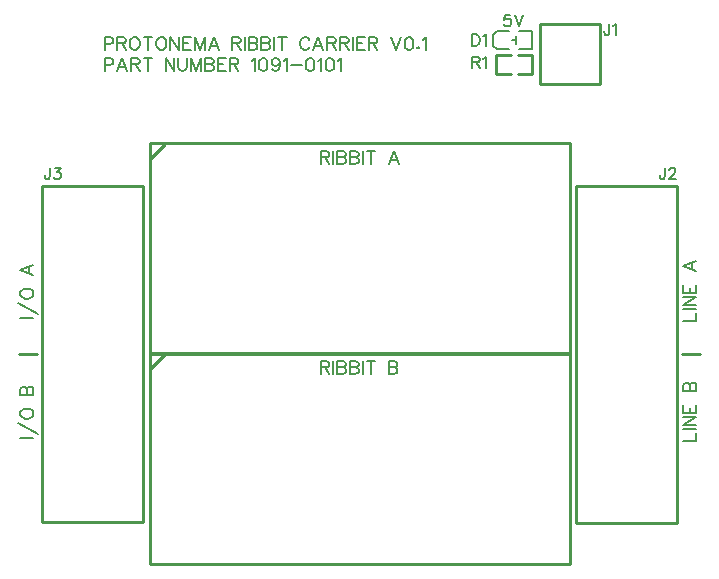
<source format=gto>
G04 Layer: TopSilkscreenLayer*
G04 EasyEDA v6.5.34, 2023-08-21 18:11:39*
G04 fdc95c5ed4774c3386f44bc390bfbdb9,5a6b42c53f6a479593ecc07194224c93,10*
G04 Gerber Generator version 0.2*
G04 Scale: 100 percent, Rotated: No, Reflected: No *
G04 Dimensions in millimeters *
G04 leading zeros omitted , absolute positions ,4 integer and 5 decimal *
%FSLAX45Y45*%
%MOMM*%

%ADD10C,0.1524*%
%ADD11C,0.2540*%
%ADD12C,0.1500*%

%LPD*%
D10*
X762000Y5423915D02*
G01*
X762000Y5314950D01*
X762000Y5423915D02*
G01*
X808736Y5423915D01*
X824229Y5418836D01*
X829563Y5413502D01*
X834644Y5403087D01*
X834644Y5387594D01*
X829563Y5377179D01*
X824229Y5372100D01*
X808736Y5366765D01*
X762000Y5366765D01*
X910589Y5423915D02*
G01*
X868934Y5314950D01*
X910589Y5423915D02*
G01*
X952245Y5314950D01*
X884681Y5351271D02*
G01*
X936497Y5351271D01*
X986536Y5423915D02*
G01*
X986536Y5314950D01*
X986536Y5423915D02*
G01*
X1033271Y5423915D01*
X1048765Y5418836D01*
X1054100Y5413502D01*
X1059179Y5403087D01*
X1059179Y5392673D01*
X1054100Y5382260D01*
X1048765Y5377179D01*
X1033271Y5372100D01*
X986536Y5372100D01*
X1022857Y5372100D02*
G01*
X1059179Y5314950D01*
X1129792Y5423915D02*
G01*
X1129792Y5314950D01*
X1093470Y5423915D02*
G01*
X1166113Y5423915D01*
X1280413Y5423915D02*
G01*
X1280413Y5314950D01*
X1280413Y5423915D02*
G01*
X1353312Y5314950D01*
X1353312Y5423915D02*
G01*
X1353312Y5314950D01*
X1387602Y5423915D02*
G01*
X1387602Y5345937D01*
X1392681Y5330444D01*
X1403095Y5320029D01*
X1418589Y5314950D01*
X1429004Y5314950D01*
X1444752Y5320029D01*
X1455165Y5330444D01*
X1460245Y5345937D01*
X1460245Y5423915D01*
X1494536Y5423915D02*
G01*
X1494536Y5314950D01*
X1494536Y5423915D02*
G01*
X1536192Y5314950D01*
X1577594Y5423915D02*
G01*
X1536192Y5314950D01*
X1577594Y5423915D02*
G01*
X1577594Y5314950D01*
X1611884Y5423915D02*
G01*
X1611884Y5314950D01*
X1611884Y5423915D02*
G01*
X1658620Y5423915D01*
X1674368Y5418836D01*
X1679447Y5413502D01*
X1684781Y5403087D01*
X1684781Y5392673D01*
X1679447Y5382260D01*
X1674368Y5377179D01*
X1658620Y5372100D01*
X1611884Y5372100D02*
G01*
X1658620Y5372100D01*
X1674368Y5366765D01*
X1679447Y5361686D01*
X1684781Y5351271D01*
X1684781Y5335523D01*
X1679447Y5325110D01*
X1674368Y5320029D01*
X1658620Y5314950D01*
X1611884Y5314950D01*
X1719071Y5423915D02*
G01*
X1719071Y5314950D01*
X1719071Y5423915D02*
G01*
X1786636Y5423915D01*
X1719071Y5372100D02*
G01*
X1760473Y5372100D01*
X1719071Y5314950D02*
G01*
X1786636Y5314950D01*
X1820926Y5423915D02*
G01*
X1820926Y5314950D01*
X1820926Y5423915D02*
G01*
X1867662Y5423915D01*
X1883155Y5418836D01*
X1888489Y5413502D01*
X1893570Y5403087D01*
X1893570Y5392673D01*
X1888489Y5382260D01*
X1883155Y5377179D01*
X1867662Y5372100D01*
X1820926Y5372100D01*
X1857247Y5372100D02*
G01*
X1893570Y5314950D01*
X2007870Y5403087D02*
G01*
X2018284Y5408421D01*
X2033777Y5423915D01*
X2033777Y5314950D01*
X2099309Y5423915D02*
G01*
X2083815Y5418836D01*
X2073402Y5403087D01*
X2068068Y5377179D01*
X2068068Y5361686D01*
X2073402Y5335523D01*
X2083815Y5320029D01*
X2099309Y5314950D01*
X2109724Y5314950D01*
X2125218Y5320029D01*
X2135631Y5335523D01*
X2140965Y5361686D01*
X2140965Y5377179D01*
X2135631Y5403087D01*
X2125218Y5418836D01*
X2109724Y5423915D01*
X2099309Y5423915D01*
X2242820Y5387594D02*
G01*
X2237486Y5372100D01*
X2227072Y5361686D01*
X2211577Y5356352D01*
X2206243Y5356352D01*
X2190750Y5361686D01*
X2180336Y5372100D01*
X2175256Y5387594D01*
X2175256Y5392673D01*
X2180336Y5408421D01*
X2190750Y5418836D01*
X2206243Y5423915D01*
X2211577Y5423915D01*
X2227072Y5418836D01*
X2237486Y5408421D01*
X2242820Y5387594D01*
X2242820Y5361686D01*
X2237486Y5335523D01*
X2227072Y5320029D01*
X2211577Y5314950D01*
X2201163Y5314950D01*
X2185670Y5320029D01*
X2180336Y5330444D01*
X2277109Y5403087D02*
G01*
X2287270Y5408421D01*
X2303018Y5423915D01*
X2303018Y5314950D01*
X2337308Y5361686D02*
G01*
X2430779Y5361686D01*
X2496311Y5423915D02*
G01*
X2480563Y5418836D01*
X2470150Y5403087D01*
X2465070Y5377179D01*
X2465070Y5361686D01*
X2470150Y5335523D01*
X2480563Y5320029D01*
X2496311Y5314950D01*
X2506725Y5314950D01*
X2522220Y5320029D01*
X2532634Y5335523D01*
X2537713Y5361686D01*
X2537713Y5377179D01*
X2532634Y5403087D01*
X2522220Y5418836D01*
X2506725Y5423915D01*
X2496311Y5423915D01*
X2572004Y5403087D02*
G01*
X2582418Y5408421D01*
X2598165Y5423915D01*
X2598165Y5314950D01*
X2663443Y5423915D02*
G01*
X2647950Y5418836D01*
X2637536Y5403087D01*
X2632456Y5377179D01*
X2632456Y5361686D01*
X2637536Y5335523D01*
X2647950Y5320029D01*
X2663443Y5314950D01*
X2673858Y5314950D01*
X2689606Y5320029D01*
X2700020Y5335523D01*
X2705100Y5361686D01*
X2705100Y5377179D01*
X2700020Y5403087D01*
X2689606Y5418836D01*
X2673858Y5423915D01*
X2663443Y5423915D01*
X2739390Y5403087D02*
G01*
X2749804Y5408421D01*
X2765297Y5423915D01*
X2765297Y5314950D01*
X762000Y5601715D02*
G01*
X762000Y5492750D01*
X762000Y5601715D02*
G01*
X808736Y5601715D01*
X824229Y5596636D01*
X829563Y5591302D01*
X834644Y5580887D01*
X834644Y5565394D01*
X829563Y5554979D01*
X824229Y5549900D01*
X808736Y5544565D01*
X762000Y5544565D01*
X868934Y5601715D02*
G01*
X868934Y5492750D01*
X868934Y5601715D02*
G01*
X915670Y5601715D01*
X931418Y5596636D01*
X936497Y5591302D01*
X941831Y5580887D01*
X941831Y5570473D01*
X936497Y5560060D01*
X931418Y5554979D01*
X915670Y5549900D01*
X868934Y5549900D01*
X905510Y5549900D02*
G01*
X941831Y5492750D01*
X1007110Y5601715D02*
G01*
X996950Y5596636D01*
X986536Y5586221D01*
X981202Y5575807D01*
X976121Y5560060D01*
X976121Y5534152D01*
X981202Y5518657D01*
X986536Y5508244D01*
X996950Y5497829D01*
X1007110Y5492750D01*
X1027937Y5492750D01*
X1038352Y5497829D01*
X1048765Y5508244D01*
X1054100Y5518657D01*
X1059179Y5534152D01*
X1059179Y5560060D01*
X1054100Y5575807D01*
X1048765Y5586221D01*
X1038352Y5596636D01*
X1027937Y5601715D01*
X1007110Y5601715D01*
X1129792Y5601715D02*
G01*
X1129792Y5492750D01*
X1093470Y5601715D02*
G01*
X1166113Y5601715D01*
X1231645Y5601715D02*
G01*
X1221231Y5596636D01*
X1210818Y5586221D01*
X1205737Y5575807D01*
X1200404Y5560060D01*
X1200404Y5534152D01*
X1205737Y5518657D01*
X1210818Y5508244D01*
X1221231Y5497829D01*
X1231645Y5492750D01*
X1252473Y5492750D01*
X1262887Y5497829D01*
X1273302Y5508244D01*
X1278381Y5518657D01*
X1283715Y5534152D01*
X1283715Y5560060D01*
X1278381Y5575807D01*
X1273302Y5586221D01*
X1262887Y5596636D01*
X1252473Y5601715D01*
X1231645Y5601715D01*
X1318005Y5601715D02*
G01*
X1318005Y5492750D01*
X1318005Y5601715D02*
G01*
X1390650Y5492750D01*
X1390650Y5601715D02*
G01*
X1390650Y5492750D01*
X1424939Y5601715D02*
G01*
X1424939Y5492750D01*
X1424939Y5601715D02*
G01*
X1492504Y5601715D01*
X1424939Y5549900D02*
G01*
X1466595Y5549900D01*
X1424939Y5492750D02*
G01*
X1492504Y5492750D01*
X1526794Y5601715D02*
G01*
X1526794Y5492750D01*
X1526794Y5601715D02*
G01*
X1568450Y5492750D01*
X1609852Y5601715D02*
G01*
X1568450Y5492750D01*
X1609852Y5601715D02*
G01*
X1609852Y5492750D01*
X1685797Y5601715D02*
G01*
X1644142Y5492750D01*
X1685797Y5601715D02*
G01*
X1727200Y5492750D01*
X1659889Y5529071D02*
G01*
X1711705Y5529071D01*
X1841500Y5601715D02*
G01*
X1841500Y5492750D01*
X1841500Y5601715D02*
G01*
X1888489Y5601715D01*
X1903984Y5596636D01*
X1909063Y5591302D01*
X1914397Y5580887D01*
X1914397Y5570473D01*
X1909063Y5560060D01*
X1903984Y5554979D01*
X1888489Y5549900D01*
X1841500Y5549900D01*
X1878076Y5549900D02*
G01*
X1914397Y5492750D01*
X1948688Y5601715D02*
G01*
X1948688Y5492750D01*
X1982977Y5601715D02*
G01*
X1982977Y5492750D01*
X1982977Y5601715D02*
G01*
X2029713Y5601715D01*
X2045208Y5596636D01*
X2050541Y5591302D01*
X2055622Y5580887D01*
X2055622Y5570473D01*
X2050541Y5560060D01*
X2045208Y5554979D01*
X2029713Y5549900D01*
X1982977Y5549900D02*
G01*
X2029713Y5549900D01*
X2045208Y5544565D01*
X2050541Y5539486D01*
X2055622Y5529071D01*
X2055622Y5513323D01*
X2050541Y5502910D01*
X2045208Y5497829D01*
X2029713Y5492750D01*
X1982977Y5492750D01*
X2089911Y5601715D02*
G01*
X2089911Y5492750D01*
X2089911Y5601715D02*
G01*
X2136647Y5601715D01*
X2152395Y5596636D01*
X2157475Y5591302D01*
X2162809Y5580887D01*
X2162809Y5570473D01*
X2157475Y5560060D01*
X2152395Y5554979D01*
X2136647Y5549900D01*
X2089911Y5549900D02*
G01*
X2136647Y5549900D01*
X2152395Y5544565D01*
X2157475Y5539486D01*
X2162809Y5529071D01*
X2162809Y5513323D01*
X2157475Y5502910D01*
X2152395Y5497829D01*
X2136647Y5492750D01*
X2089911Y5492750D01*
X2197100Y5601715D02*
G01*
X2197100Y5492750D01*
X2267711Y5601715D02*
G01*
X2267711Y5492750D01*
X2231390Y5601715D02*
G01*
X2304034Y5601715D01*
X2496311Y5575807D02*
G01*
X2490977Y5586221D01*
X2480563Y5596636D01*
X2470150Y5601715D01*
X2449575Y5601715D01*
X2439161Y5596636D01*
X2428747Y5586221D01*
X2423413Y5575807D01*
X2418334Y5560060D01*
X2418334Y5534152D01*
X2423413Y5518657D01*
X2428747Y5508244D01*
X2439161Y5497829D01*
X2449575Y5492750D01*
X2470150Y5492750D01*
X2480563Y5497829D01*
X2490977Y5508244D01*
X2496311Y5518657D01*
X2572004Y5601715D02*
G01*
X2530602Y5492750D01*
X2572004Y5601715D02*
G01*
X2613659Y5492750D01*
X2546095Y5529071D02*
G01*
X2598165Y5529071D01*
X2647950Y5601715D02*
G01*
X2647950Y5492750D01*
X2647950Y5601715D02*
G01*
X2694686Y5601715D01*
X2710179Y5596636D01*
X2715513Y5591302D01*
X2720593Y5580887D01*
X2720593Y5570473D01*
X2715513Y5560060D01*
X2710179Y5554979D01*
X2694686Y5549900D01*
X2647950Y5549900D01*
X2684272Y5549900D02*
G01*
X2720593Y5492750D01*
X2754884Y5601715D02*
G01*
X2754884Y5492750D01*
X2754884Y5601715D02*
G01*
X2801620Y5601715D01*
X2817368Y5596636D01*
X2822447Y5591302D01*
X2827781Y5580887D01*
X2827781Y5570473D01*
X2822447Y5560060D01*
X2817368Y5554979D01*
X2801620Y5549900D01*
X2754884Y5549900D01*
X2791459Y5549900D02*
G01*
X2827781Y5492750D01*
X2862072Y5601715D02*
G01*
X2862072Y5492750D01*
X2896361Y5601715D02*
G01*
X2896361Y5492750D01*
X2896361Y5601715D02*
G01*
X2963925Y5601715D01*
X2896361Y5549900D02*
G01*
X2937763Y5549900D01*
X2896361Y5492750D02*
G01*
X2963925Y5492750D01*
X2998215Y5601715D02*
G01*
X2998215Y5492750D01*
X2998215Y5601715D02*
G01*
X3044952Y5601715D01*
X3060445Y5596636D01*
X3065779Y5591302D01*
X3070859Y5580887D01*
X3070859Y5570473D01*
X3065779Y5560060D01*
X3060445Y5554979D01*
X3044952Y5549900D01*
X2998215Y5549900D01*
X3034538Y5549900D02*
G01*
X3070859Y5492750D01*
X3185159Y5601715D02*
G01*
X3226815Y5492750D01*
X3268218Y5601715D02*
G01*
X3226815Y5492750D01*
X3333750Y5601715D02*
G01*
X3318256Y5596636D01*
X3307841Y5580887D01*
X3302508Y5554979D01*
X3302508Y5539486D01*
X3307841Y5513323D01*
X3318256Y5497829D01*
X3333750Y5492750D01*
X3344163Y5492750D01*
X3359658Y5497829D01*
X3370072Y5513323D01*
X3375406Y5539486D01*
X3375406Y5554979D01*
X3370072Y5580887D01*
X3359658Y5596636D01*
X3344163Y5601715D01*
X3333750Y5601715D01*
X3414775Y5518657D02*
G01*
X3409695Y5513323D01*
X3414775Y5508244D01*
X3420109Y5513323D01*
X3414775Y5518657D01*
X3454400Y5580887D02*
G01*
X3464559Y5586221D01*
X3480308Y5601715D01*
X3480308Y5492750D01*
X5506455Y4495030D02*
G01*
X5506455Y4422386D01*
X5501883Y4408670D01*
X5497311Y4404098D01*
X5488167Y4399526D01*
X5479277Y4399526D01*
X5470133Y4404098D01*
X5465561Y4408670D01*
X5460989Y4422386D01*
X5460989Y4431530D01*
X5540999Y4472424D02*
G01*
X5540999Y4476996D01*
X5545571Y4485886D01*
X5550143Y4490458D01*
X5559287Y4495030D01*
X5577321Y4495030D01*
X5586465Y4490458D01*
X5591037Y4485886D01*
X5595609Y4476996D01*
X5595609Y4467852D01*
X5591037Y4458708D01*
X5581893Y4444992D01*
X5536427Y4399526D01*
X5600181Y4399526D01*
X299465Y4495030D02*
G01*
X299465Y4422386D01*
X294894Y4408670D01*
X290321Y4404098D01*
X281178Y4399526D01*
X272287Y4399526D01*
X263144Y4404098D01*
X258571Y4408670D01*
X254000Y4422386D01*
X254000Y4431530D01*
X338581Y4495030D02*
G01*
X388620Y4495030D01*
X361187Y4458708D01*
X374904Y4458708D01*
X384047Y4454136D01*
X388620Y4449564D01*
X393192Y4436102D01*
X393192Y4426958D01*
X388620Y4413242D01*
X379476Y4404098D01*
X365760Y4399526D01*
X352297Y4399526D01*
X338581Y4404098D01*
X334010Y4408670D01*
X329437Y4417814D01*
X2590800Y4636518D02*
G01*
X2590800Y4527298D01*
X2590800Y4636518D02*
G01*
X2637536Y4636518D01*
X2653029Y4631438D01*
X2658363Y4626104D01*
X2663443Y4615690D01*
X2663443Y4605276D01*
X2658363Y4594862D01*
X2653029Y4589782D01*
X2637536Y4584448D01*
X2590800Y4584448D01*
X2627122Y4584448D02*
G01*
X2663443Y4527298D01*
X2697734Y4636518D02*
G01*
X2697734Y4527298D01*
X2732024Y4636518D02*
G01*
X2732024Y4527298D01*
X2732024Y4636518D02*
G01*
X2778759Y4636518D01*
X2794508Y4631438D01*
X2799588Y4626104D01*
X2804922Y4615690D01*
X2804922Y4605276D01*
X2799588Y4594862D01*
X2794508Y4589782D01*
X2778759Y4584448D01*
X2732024Y4584448D02*
G01*
X2778759Y4584448D01*
X2794508Y4579368D01*
X2799588Y4574288D01*
X2804922Y4563874D01*
X2804922Y4548126D01*
X2799588Y4537712D01*
X2794508Y4532632D01*
X2778759Y4527298D01*
X2732024Y4527298D01*
X2839211Y4636518D02*
G01*
X2839211Y4527298D01*
X2839211Y4636518D02*
G01*
X2885947Y4636518D01*
X2901441Y4631438D01*
X2906775Y4626104D01*
X2911856Y4615690D01*
X2911856Y4605276D01*
X2906775Y4594862D01*
X2901441Y4589782D01*
X2885947Y4584448D01*
X2839211Y4584448D02*
G01*
X2885947Y4584448D01*
X2901441Y4579368D01*
X2906775Y4574288D01*
X2911856Y4563874D01*
X2911856Y4548126D01*
X2906775Y4537712D01*
X2901441Y4532632D01*
X2885947Y4527298D01*
X2839211Y4527298D01*
X2946145Y4636518D02*
G01*
X2946145Y4527298D01*
X3016758Y4636518D02*
G01*
X3016758Y4527298D01*
X2980436Y4636518D02*
G01*
X3053079Y4636518D01*
X3209036Y4636518D02*
G01*
X3167379Y4527298D01*
X3209036Y4636518D02*
G01*
X3250691Y4527298D01*
X3183127Y4563874D02*
G01*
X3234943Y4563874D01*
X2590800Y2858515D02*
G01*
X2590800Y2749295D01*
X2590800Y2858515D02*
G01*
X2637536Y2858515D01*
X2653029Y2853436D01*
X2658363Y2848102D01*
X2663443Y2837687D01*
X2663443Y2827273D01*
X2658363Y2816860D01*
X2653029Y2811779D01*
X2637536Y2806445D01*
X2590800Y2806445D01*
X2627122Y2806445D02*
G01*
X2663443Y2749295D01*
X2697734Y2858515D02*
G01*
X2697734Y2749295D01*
X2732024Y2858515D02*
G01*
X2732024Y2749295D01*
X2732024Y2858515D02*
G01*
X2778759Y2858515D01*
X2794508Y2853436D01*
X2799588Y2848102D01*
X2804922Y2837687D01*
X2804922Y2827273D01*
X2799588Y2816860D01*
X2794508Y2811779D01*
X2778759Y2806445D01*
X2732024Y2806445D02*
G01*
X2778759Y2806445D01*
X2794508Y2801365D01*
X2799588Y2796286D01*
X2804922Y2785871D01*
X2804922Y2770123D01*
X2799588Y2759710D01*
X2794508Y2754629D01*
X2778759Y2749295D01*
X2732024Y2749295D01*
X2839211Y2858515D02*
G01*
X2839211Y2749295D01*
X2839211Y2858515D02*
G01*
X2885947Y2858515D01*
X2901441Y2853436D01*
X2906775Y2848102D01*
X2911856Y2837687D01*
X2911856Y2827273D01*
X2906775Y2816860D01*
X2901441Y2811779D01*
X2885947Y2806445D01*
X2839211Y2806445D02*
G01*
X2885947Y2806445D01*
X2901441Y2801365D01*
X2906775Y2796286D01*
X2911856Y2785871D01*
X2911856Y2770123D01*
X2906775Y2759710D01*
X2901441Y2754629D01*
X2885947Y2749295D01*
X2839211Y2749295D01*
X2946145Y2858515D02*
G01*
X2946145Y2749295D01*
X3016758Y2858515D02*
G01*
X3016758Y2749295D01*
X2980436Y2858515D02*
G01*
X3053079Y2858515D01*
X3167379Y2858515D02*
G01*
X3167379Y2749295D01*
X3167379Y2858515D02*
G01*
X3214370Y2858515D01*
X3229863Y2853436D01*
X3234943Y2848102D01*
X3240277Y2837687D01*
X3240277Y2827273D01*
X3234943Y2816860D01*
X3229863Y2811779D01*
X3214370Y2806445D01*
X3167379Y2806445D02*
G01*
X3214370Y2806445D01*
X3229863Y2801365D01*
X3234943Y2796286D01*
X3240277Y2785871D01*
X3240277Y2770123D01*
X3234943Y2759710D01*
X3229863Y2754629D01*
X3214370Y2749295D01*
X3167379Y2749295D01*
X5036565Y5714237D02*
G01*
X5036565Y5641594D01*
X5031993Y5627878D01*
X5027422Y5623305D01*
X5018277Y5618734D01*
X5009388Y5618734D01*
X5000243Y5623305D01*
X4995672Y5627878D01*
X4991100Y5641594D01*
X4991100Y5650737D01*
X5066538Y5696204D02*
G01*
X5075681Y5700776D01*
X5089397Y5714237D01*
X5089397Y5618734D01*
X4194797Y5790427D02*
G01*
X4149331Y5790427D01*
X4144759Y5749533D01*
X4149331Y5754105D01*
X4162793Y5758677D01*
X4176509Y5758677D01*
X4190225Y5754105D01*
X4199369Y5744961D01*
X4203941Y5731499D01*
X4203941Y5722355D01*
X4199369Y5708639D01*
X4190225Y5699495D01*
X4176509Y5694923D01*
X4162793Y5694923D01*
X4149331Y5699495D01*
X4144759Y5704067D01*
X4140187Y5713211D01*
X4233913Y5790427D02*
G01*
X4270235Y5694923D01*
X4306557Y5790427D02*
G01*
X4270235Y5694923D01*
X49776Y3225792D02*
G01*
X158742Y3225792D01*
X28948Y3353554D02*
G01*
X195318Y3260082D01*
X49776Y3419086D02*
G01*
X54856Y3408672D01*
X65270Y3398258D01*
X75684Y3393178D01*
X91432Y3387844D01*
X117340Y3387844D01*
X132834Y3393178D01*
X143248Y3398258D01*
X153662Y3408672D01*
X158742Y3419086D01*
X158742Y3439914D01*
X153662Y3450328D01*
X143248Y3460742D01*
X132834Y3465822D01*
X117340Y3470902D01*
X91432Y3470902D01*
X75684Y3465822D01*
X65270Y3460742D01*
X54856Y3450328D01*
X49776Y3439914D01*
X49776Y3419086D01*
X49776Y3626858D02*
G01*
X158742Y3585202D01*
X49776Y3626858D02*
G01*
X158742Y3668514D01*
X122420Y3600950D02*
G01*
X122420Y3652766D01*
X49776Y2209794D02*
G01*
X158742Y2209794D01*
X28948Y2337556D02*
G01*
X195318Y2244084D01*
X49776Y2403088D02*
G01*
X54856Y2392674D01*
X65270Y2382260D01*
X75684Y2377180D01*
X91432Y2371846D01*
X117340Y2371846D01*
X132834Y2377180D01*
X143248Y2382260D01*
X153662Y2392674D01*
X158742Y2403088D01*
X158742Y2423916D01*
X153662Y2434330D01*
X143248Y2444744D01*
X132834Y2449824D01*
X117340Y2454904D01*
X91432Y2454904D01*
X75684Y2449824D01*
X65270Y2444744D01*
X54856Y2434330D01*
X49776Y2423916D01*
X49776Y2403088D01*
X49776Y2569204D02*
G01*
X158742Y2569204D01*
X49776Y2569204D02*
G01*
X49776Y2616194D01*
X54856Y2631688D01*
X60190Y2636768D01*
X70604Y2642102D01*
X81018Y2642102D01*
X91432Y2636768D01*
X96512Y2631688D01*
X101592Y2616194D01*
X101592Y2569204D02*
G01*
X101592Y2616194D01*
X106926Y2631688D01*
X112006Y2636768D01*
X122420Y2642102D01*
X138168Y2642102D01*
X148582Y2636768D01*
X153662Y2631688D01*
X158742Y2616194D01*
X158742Y2569204D01*
X5663163Y3200405D02*
G01*
X5772129Y3200405D01*
X5772129Y3200405D02*
G01*
X5772129Y3262635D01*
X5663163Y3296925D02*
G01*
X5772129Y3296925D01*
X5663163Y3331215D02*
G01*
X5772129Y3331215D01*
X5663163Y3331215D02*
G01*
X5772129Y3404113D01*
X5663163Y3404113D02*
G01*
X5772129Y3404113D01*
X5663163Y3438403D02*
G01*
X5772129Y3438403D01*
X5663163Y3438403D02*
G01*
X5663163Y3505967D01*
X5714979Y3438403D02*
G01*
X5714979Y3479805D01*
X5772129Y3438403D02*
G01*
X5772129Y3505967D01*
X5663163Y3661669D02*
G01*
X5772129Y3620267D01*
X5663163Y3661669D02*
G01*
X5772129Y3703325D01*
X5735807Y3635761D02*
G01*
X5735807Y3687831D01*
X5663163Y2184405D02*
G01*
X5772129Y2184405D01*
X5772129Y2184405D02*
G01*
X5772129Y2246635D01*
X5663163Y2280925D02*
G01*
X5772129Y2280925D01*
X5663163Y2315215D02*
G01*
X5772129Y2315215D01*
X5663163Y2315215D02*
G01*
X5772129Y2388113D01*
X5663163Y2388113D02*
G01*
X5772129Y2388113D01*
X5663163Y2422403D02*
G01*
X5772129Y2422403D01*
X5663163Y2422403D02*
G01*
X5663163Y2489967D01*
X5714979Y2422403D02*
G01*
X5714979Y2463805D01*
X5772129Y2422403D02*
G01*
X5772129Y2489967D01*
X5663163Y2604267D02*
G01*
X5772129Y2604267D01*
X5663163Y2604267D02*
G01*
X5663163Y2651003D01*
X5668243Y2666497D01*
X5673577Y2671831D01*
X5683991Y2676911D01*
X5694405Y2676911D01*
X5704819Y2671831D01*
X5709899Y2666497D01*
X5714979Y2651003D01*
X5714979Y2604267D02*
G01*
X5714979Y2651003D01*
X5720313Y2666497D01*
X5725393Y2671831D01*
X5735807Y2676911D01*
X5751555Y2676911D01*
X5761969Y2671831D01*
X5767049Y2666497D01*
X5772129Y2651003D01*
X5772129Y2604267D01*
X3873505Y5434837D02*
G01*
X3873505Y5339334D01*
X3873505Y5434837D02*
G01*
X3914393Y5434837D01*
X3928109Y5430265D01*
X3932681Y5425694D01*
X3937256Y5416804D01*
X3937256Y5407660D01*
X3932681Y5398515D01*
X3928109Y5393944D01*
X3914393Y5389371D01*
X3873505Y5389371D01*
X3905255Y5389371D02*
G01*
X3937256Y5339334D01*
X3967225Y5416804D02*
G01*
X3976115Y5421376D01*
X3989831Y5434837D01*
X3989831Y5339334D01*
X3873500Y5625337D02*
G01*
X3873500Y5529834D01*
X3873500Y5625337D02*
G01*
X3905250Y5625337D01*
X3918965Y5620765D01*
X3928109Y5611876D01*
X3932681Y5602731D01*
X3937254Y5589015D01*
X3937254Y5566410D01*
X3932681Y5552694D01*
X3928109Y5543550D01*
X3918965Y5534405D01*
X3905250Y5529834D01*
X3873500Y5529834D01*
X3967225Y5607304D02*
G01*
X3976115Y5611876D01*
X3989831Y5625337D01*
X3989831Y5529834D01*
D11*
X5803900Y2921000D02*
G01*
X5802375Y2921000D01*
X5651500Y2921000D01*
X190500Y2920994D02*
G01*
X38100Y2920994D01*
X1142872Y2793979D02*
G01*
X1269872Y2920979D01*
X1142997Y4571989D02*
G01*
X1269997Y4698989D01*
X4074038Y5291587D02*
G01*
X4074038Y5451591D01*
X4384098Y5292097D02*
G01*
X4384098Y5452102D01*
X4199034Y5451591D02*
G01*
X4074038Y5451591D01*
X4199034Y5291587D02*
G01*
X4074038Y5291587D01*
X4259097Y5452102D02*
G01*
X4384098Y5452102D01*
X4259097Y5292097D02*
G01*
X4384098Y5292097D01*
D12*
X4246100Y5575523D02*
G01*
X4212099Y5575523D01*
X4054093Y5540296D02*
G01*
X4054093Y5530293D01*
X4084088Y5500291D01*
X4269094Y5650298D02*
G01*
X4384098Y5650298D01*
X4269094Y5500291D02*
G01*
X4384098Y5500291D01*
X4189097Y5650298D02*
G01*
X4084088Y5650298D01*
X4189097Y5500291D02*
G01*
X4084088Y5500291D01*
X4384098Y5650285D02*
G01*
X4384098Y5502295D01*
X4054093Y5610288D02*
G01*
X4054093Y5540296D01*
X4054093Y5610288D02*
G01*
X4054093Y5620303D01*
X4084088Y5650298D01*
X4246100Y5610296D02*
G01*
X4246100Y5542297D01*
D11*
X4756581Y4340605D02*
G01*
X5606592Y4340605D01*
X5606592Y1490598D01*
X4756581Y1490598D01*
X4756581Y4340605D01*
X235407Y4343704D02*
G01*
X1085418Y4343704D01*
X1085418Y1493697D01*
X235407Y1493697D01*
X235407Y4343704D01*
X1143000Y4701590D02*
G01*
X4699000Y4701590D01*
X4699000Y2920974D01*
X1143000Y2920974D01*
X1143000Y4701590D01*
X4445000Y5715000D02*
G01*
X4953000Y5715000D01*
X4953000Y5207000D01*
X4445000Y5207000D01*
X4445000Y5715000D01*
X1142872Y2923590D02*
G01*
X4698872Y2923590D01*
X4698872Y1142974D01*
X1142872Y1142974D01*
X1142872Y2923590D01*
M02*

</source>
